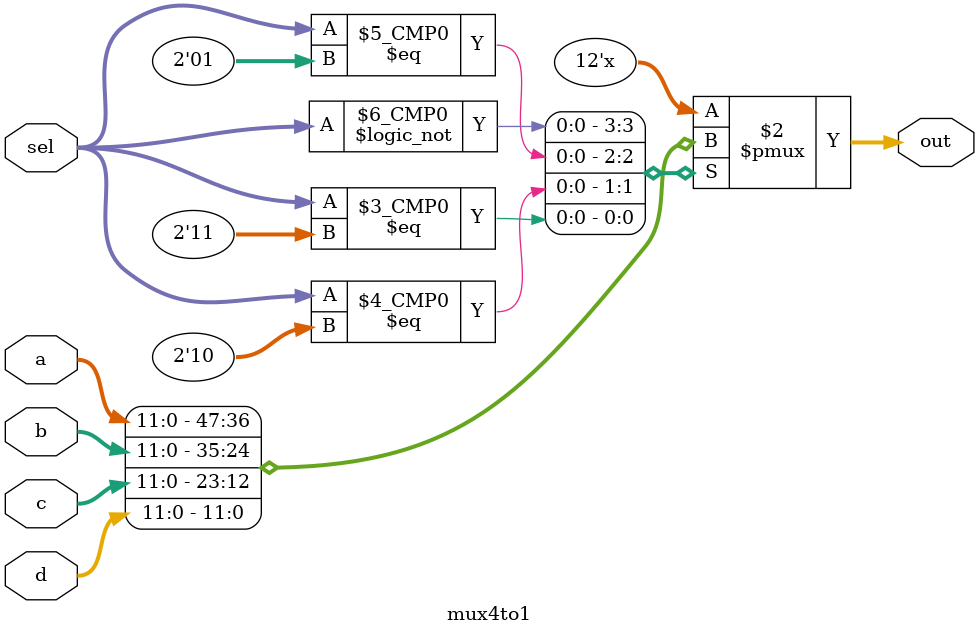
<source format=v>
module mux4to1 (a, b, c, d, sel, out);
    input [11:0] a, b, c, d;
    input [1:0] sel;
    output [11:0] out;

    always @(*) begin
        case (sel)
            2'b00: out <= a;
            2'b01: out <= b;
            2'b10: out <= c;
            2'b11: out <= d;
        endcase
    end

endmodule
</source>
